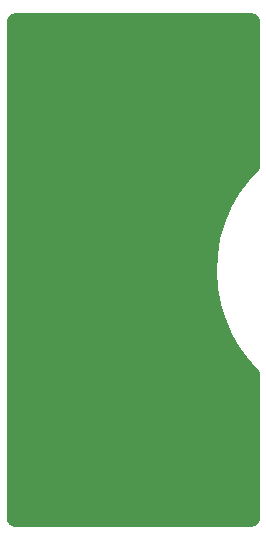
<source format=gbr>
%TF.GenerationSoftware,KiCad,Pcbnew,5.1.9*%
%TF.CreationDate,2021-01-01T13:20:52-05:00*%
%TF.ProjectId,card_lights,63617264-5f6c-4696-9768-74732e6b6963,rev?*%
%TF.SameCoordinates,PX754d4c0PY5e69ec0*%
%TF.FileFunction,Copper,L2,Bot*%
%TF.FilePolarity,Positive*%
%FSLAX46Y46*%
G04 Gerber Fmt 4.6, Leading zero omitted, Abs format (unit mm)*
G04 Created by KiCad (PCBNEW 5.1.9) date 2021-01-01 13:20:52*
%MOMM*%
%LPD*%
G01*
G04 APERTURE LIST*
%TA.AperFunction,ViaPad*%
%ADD10C,0.800000*%
%TD*%
%TA.AperFunction,Conductor*%
%ADD11C,0.254000*%
%TD*%
%TA.AperFunction,Conductor*%
%ADD12C,0.100000*%
%TD*%
G04 APERTURE END LIST*
D10*
%TO.N,Net-(J1-Pad1)*%
X-3200000Y-42100000D03*
%TD*%
D11*
%TO.N,Net-(J1-Pad1)*%
X-1884227Y-1415279D02*
X-1772852Y-1448905D01*
X-1670141Y-1503518D01*
X-1579986Y-1577046D01*
X-1505832Y-1666682D01*
X-1450503Y-1769011D01*
X-1416103Y-1880141D01*
X-1402000Y-2014318D01*
X-1401999Y-14328531D01*
X-1435780Y-14360926D01*
X-1440642Y-14366158D01*
X-1445912Y-14370993D01*
X-1454567Y-14380190D01*
X-2360107Y-15373125D01*
X-2370707Y-15386184D01*
X-2381733Y-15398929D01*
X-2389273Y-15409059D01*
X-3174686Y-16499493D01*
X-3183728Y-16513706D01*
X-3193202Y-16527612D01*
X-3199529Y-16538542D01*
X-3854406Y-17712023D01*
X-3861748Y-17727168D01*
X-3869568Y-17742084D01*
X-3874596Y-17753669D01*
X-4390257Y-18994642D01*
X-4395811Y-19010535D01*
X-4401863Y-19026247D01*
X-4405526Y-19038332D01*
X-4775135Y-20330351D01*
X-4778826Y-20346776D01*
X-4783032Y-20363080D01*
X-4785282Y-20375507D01*
X-5003940Y-21701443D01*
X-5005720Y-21718195D01*
X-5008022Y-21734863D01*
X-5008829Y-21747465D01*
X-5073639Y-23089748D01*
X-5073482Y-23106571D01*
X-5073854Y-23123415D01*
X-5073207Y-23136027D01*
X-4983310Y-24476863D01*
X-4981217Y-24493578D01*
X-4979653Y-24510332D01*
X-4977564Y-24522763D01*
X-4977561Y-24522786D01*
X-4977557Y-24522803D01*
X-4734146Y-25844403D01*
X-4730151Y-25860749D01*
X-4726667Y-25877230D01*
X-4723157Y-25889361D01*
X-4329454Y-27174242D01*
X-4323603Y-27190030D01*
X-4318251Y-27205992D01*
X-4313370Y-27217639D01*
X-3774596Y-28448753D01*
X-3766966Y-28463769D01*
X-3759818Y-28479004D01*
X-3753631Y-28490013D01*
X-3076926Y-29651044D01*
X-3067625Y-29665078D01*
X-3058769Y-29679397D01*
X-3051358Y-29689622D01*
X-2245692Y-30765179D01*
X-2234845Y-30778044D01*
X-2224397Y-30791257D01*
X-2215859Y-30800562D01*
X-1401999Y-31660121D01*
X-1402000Y-43980343D01*
X-1415280Y-44115776D01*
X-1448905Y-44227146D01*
X-1503518Y-44329860D01*
X-1577046Y-44420014D01*
X-1666682Y-44494168D01*
X-1769011Y-44549497D01*
X-1880141Y-44583897D01*
X-2014319Y-44598000D01*
X-21980343Y-44598000D01*
X-22115776Y-44584720D01*
X-22227146Y-44551095D01*
X-22329860Y-44496482D01*
X-22420014Y-44422954D01*
X-22494168Y-44333318D01*
X-22549497Y-44230989D01*
X-22583897Y-44119859D01*
X-22598000Y-43985681D01*
X-22598000Y-2019658D01*
X-22584721Y-1884227D01*
X-22551095Y-1772852D01*
X-22496482Y-1670141D01*
X-22422954Y-1579986D01*
X-22333318Y-1505832D01*
X-22230989Y-1450503D01*
X-22119859Y-1416103D01*
X-21985682Y-1402000D01*
X-2019658Y-1402000D01*
X-1884227Y-1415279D01*
%TA.AperFunction,Conductor*%
D12*
G36*
X-1884227Y-1415279D02*
G01*
X-1772852Y-1448905D01*
X-1670141Y-1503518D01*
X-1579986Y-1577046D01*
X-1505832Y-1666682D01*
X-1450503Y-1769011D01*
X-1416103Y-1880141D01*
X-1402000Y-2014318D01*
X-1401999Y-14328531D01*
X-1435780Y-14360926D01*
X-1440642Y-14366158D01*
X-1445912Y-14370993D01*
X-1454567Y-14380190D01*
X-2360107Y-15373125D01*
X-2370707Y-15386184D01*
X-2381733Y-15398929D01*
X-2389273Y-15409059D01*
X-3174686Y-16499493D01*
X-3183728Y-16513706D01*
X-3193202Y-16527612D01*
X-3199529Y-16538542D01*
X-3854406Y-17712023D01*
X-3861748Y-17727168D01*
X-3869568Y-17742084D01*
X-3874596Y-17753669D01*
X-4390257Y-18994642D01*
X-4395811Y-19010535D01*
X-4401863Y-19026247D01*
X-4405526Y-19038332D01*
X-4775135Y-20330351D01*
X-4778826Y-20346776D01*
X-4783032Y-20363080D01*
X-4785282Y-20375507D01*
X-5003940Y-21701443D01*
X-5005720Y-21718195D01*
X-5008022Y-21734863D01*
X-5008829Y-21747465D01*
X-5073639Y-23089748D01*
X-5073482Y-23106571D01*
X-5073854Y-23123415D01*
X-5073207Y-23136027D01*
X-4983310Y-24476863D01*
X-4981217Y-24493578D01*
X-4979653Y-24510332D01*
X-4977564Y-24522763D01*
X-4977561Y-24522786D01*
X-4977557Y-24522803D01*
X-4734146Y-25844403D01*
X-4730151Y-25860749D01*
X-4726667Y-25877230D01*
X-4723157Y-25889361D01*
X-4329454Y-27174242D01*
X-4323603Y-27190030D01*
X-4318251Y-27205992D01*
X-4313370Y-27217639D01*
X-3774596Y-28448753D01*
X-3766966Y-28463769D01*
X-3759818Y-28479004D01*
X-3753631Y-28490013D01*
X-3076926Y-29651044D01*
X-3067625Y-29665078D01*
X-3058769Y-29679397D01*
X-3051358Y-29689622D01*
X-2245692Y-30765179D01*
X-2234845Y-30778044D01*
X-2224397Y-30791257D01*
X-2215859Y-30800562D01*
X-1401999Y-31660121D01*
X-1402000Y-43980343D01*
X-1415280Y-44115776D01*
X-1448905Y-44227146D01*
X-1503518Y-44329860D01*
X-1577046Y-44420014D01*
X-1666682Y-44494168D01*
X-1769011Y-44549497D01*
X-1880141Y-44583897D01*
X-2014319Y-44598000D01*
X-21980343Y-44598000D01*
X-22115776Y-44584720D01*
X-22227146Y-44551095D01*
X-22329860Y-44496482D01*
X-22420014Y-44422954D01*
X-22494168Y-44333318D01*
X-22549497Y-44230989D01*
X-22583897Y-44119859D01*
X-22598000Y-43985681D01*
X-22598000Y-2019658D01*
X-22584721Y-1884227D01*
X-22551095Y-1772852D01*
X-22496482Y-1670141D01*
X-22422954Y-1579986D01*
X-22333318Y-1505832D01*
X-22230989Y-1450503D01*
X-22119859Y-1416103D01*
X-21985682Y-1402000D01*
X-2019658Y-1402000D01*
X-1884227Y-1415279D01*
G37*
%TD.AperFunction*%
%TD*%
M02*

</source>
